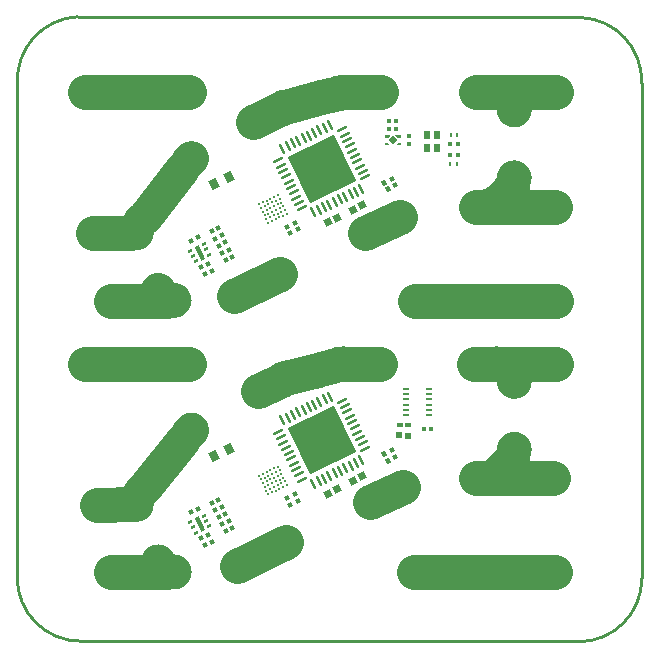
<source format=gbp>
G04*
G04 #@! TF.GenerationSoftware,Altium Limited,Altium Designer,23.2.1 (34)*
G04*
G04 Layer_Color=128*
%FSLAX44Y44*%
%MOMM*%
G71*
G04*
G04 #@! TF.SameCoordinates,96D2EB81-E719-42E9-B1B6-D61F4878D9FD*
G04*
G04*
G04 #@! TF.FilePolarity,Positive*
G04*
G01*
G75*
%ADD12O,0.5500X0.2500*%
%ADD13R,0.5500X0.2500*%
%ADD14R,0.4541X0.3627*%
%ADD15R,0.4400X0.3500*%
G04:AMPARAMS|DCode=23|XSize=0.35mm|YSize=0.4mm|CornerRadius=0mm|HoleSize=0mm|Usage=FLASHONLY|Rotation=296.000|XOffset=0mm|YOffset=0mm|HoleType=Round|Shape=Rectangle|*
%AMROTATEDRECTD23*
4,1,4,-0.2565,0.0696,0.1030,0.2450,0.2565,-0.0696,-0.1030,-0.2450,-0.2565,0.0696,0.0*
%
%ADD23ROTATEDRECTD23*%

G04:AMPARAMS|DCode=24|XSize=0.6587mm|YSize=0.8121mm|CornerRadius=0mm|HoleSize=0mm|Usage=FLASHONLY|Rotation=206.000|XOffset=0mm|YOffset=0mm|HoleType=Round|Shape=Rectangle|*
%AMROTATEDRECTD24*
4,1,4,0.1180,0.5094,0.4740,-0.2206,-0.1180,-0.5094,-0.4740,0.2206,0.1180,0.5094,0.0*
%
%ADD24ROTATEDRECTD24*%

G04:AMPARAMS|DCode=25|XSize=0.64mm|YSize=0.6mm|CornerRadius=0mm|HoleSize=0mm|Usage=FLASHONLY|Rotation=296.000|XOffset=0mm|YOffset=0mm|HoleType=Round|Shape=Rectangle|*
%AMROTATEDRECTD25*
4,1,4,-0.4099,0.1561,0.1294,0.4191,0.4099,-0.1561,-0.1294,-0.4191,-0.4099,0.1561,0.0*
%
%ADD25ROTATEDRECTD25*%

%ADD41R,0.6000X0.6400*%
%ADD42R,0.3500X0.4000*%
%ADD43R,0.4000X0.3500*%
%ADD44R,0.2500X0.3500*%
%ADD45R,0.1000X0.1000*%
%ADD47C,0.2540*%
%ADD48C,3.0000*%
G04:AMPARAMS|DCode=57|XSize=0.25mm|YSize=0.9mm|CornerRadius=0mm|HoleSize=0mm|Usage=FLASHONLY|Rotation=206.000|XOffset=0mm|YOffset=0mm|HoleType=Round|Shape=Rectangle|*
%AMROTATEDRECTD57*
4,1,4,-0.0849,0.4593,0.3096,-0.3497,0.0849,-0.4593,-0.3096,0.3497,-0.0849,0.4593,0.0*
%
%ADD57ROTATEDRECTD57*%

G04:AMPARAMS|DCode=58|XSize=0.25mm|YSize=0.9mm|CornerRadius=0mm|HoleSize=0mm|Usage=FLASHONLY|Rotation=296.000|XOffset=0mm|YOffset=0mm|HoleType=Round|Shape=Rectangle|*
%AMROTATEDRECTD58*
4,1,4,-0.4593,-0.0849,0.3497,0.3096,0.4593,0.0849,-0.3497,-0.3096,-0.4593,-0.0849,0.0*
%
%ADD58ROTATEDRECTD58*%

%ADD59P,6.1518X4X341.0*%
%ADD60P,0.6788X4X270.0*%
%ADD61C,0.2100*%
G04:AMPARAMS|DCode=62|XSize=0.35mm|YSize=0.44mm|CornerRadius=0mm|HoleSize=0mm|Usage=FLASHONLY|Rotation=207.000|XOffset=0mm|YOffset=0mm|HoleType=Round|Shape=Rectangle|*
%AMROTATEDRECTD62*
4,1,4,0.0561,0.2755,0.2558,-0.1166,-0.0561,-0.2755,-0.2558,0.1166,0.0561,0.2755,0.0*
%
%ADD62ROTATEDRECTD62*%

G04:AMPARAMS|DCode=63|XSize=0.35mm|YSize=0.4mm|CornerRadius=0mm|HoleSize=0mm|Usage=FLASHONLY|Rotation=207.000|XOffset=0mm|YOffset=0mm|HoleType=Round|Shape=Rectangle|*
%AMROTATEDRECTD63*
4,1,4,0.0651,0.2576,0.2467,-0.0988,-0.0651,-0.2576,-0.2467,0.0988,0.0651,0.2576,0.0*
%
%ADD63ROTATEDRECTD63*%

G04:AMPARAMS|DCode=64|XSize=0.35mm|YSize=0.4mm|CornerRadius=0mm|HoleSize=0mm|Usage=FLASHONLY|Rotation=26.000|XOffset=0mm|YOffset=0mm|HoleType=Round|Shape=Rectangle|*
%AMROTATEDRECTD64*
4,1,4,-0.0696,-0.2565,-0.2450,0.1030,0.0696,0.2565,0.2450,-0.1030,-0.0696,-0.2565,0.0*
%
%ADD64ROTATEDRECTD64*%

G04:AMPARAMS|DCode=65|XSize=1.26mm|YSize=0.35mm|CornerRadius=0mm|HoleSize=0mm|Usage=FLASHONLY|Rotation=296.000|XOffset=0mm|YOffset=0mm|HoleType=Round|Shape=Rectangle|*
%AMROTATEDRECTD65*
4,1,4,-0.4335,0.4895,-0.1189,0.6430,0.4335,-0.4895,0.1189,-0.6430,-0.4335,0.4895,0.0*
%
%ADD65ROTATEDRECTD65*%

G04:AMPARAMS|DCode=66|XSize=0.25mm|YSize=0.35mm|CornerRadius=0mm|HoleSize=0mm|Usage=FLASHONLY|Rotation=296.000|XOffset=0mm|YOffset=0mm|HoleType=Round|Shape=Rectangle|*
%AMROTATEDRECTD66*
4,1,4,-0.2121,0.0356,0.1025,0.1891,0.2121,-0.0356,-0.1025,-0.1891,-0.2121,0.0356,0.0*
%
%ADD66ROTATEDRECTD66*%

G04:AMPARAMS|DCode=67|XSize=0.52mm|YSize=0.56mm|CornerRadius=0mm|HoleSize=0mm|Usage=FLASHONLY|Rotation=269.000|XOffset=0mm|YOffset=0mm|HoleType=Round|Shape=Rectangle|*
%AMROTATEDRECTD67*
4,1,4,-0.2754,0.2649,0.2845,0.2551,0.2754,-0.2649,-0.2845,-0.2551,-0.2754,0.2649,0.0*
%
%ADD67ROTATEDRECTD67*%

G04:AMPARAMS|DCode=68|XSize=0.35mm|YSize=0.44mm|CornerRadius=0mm|HoleSize=0mm|Usage=FLASHONLY|Rotation=269.000|XOffset=0mm|YOffset=0mm|HoleType=Round|Shape=Rectangle|*
%AMROTATEDRECTD68*
4,1,4,-0.2169,0.1788,0.2230,0.1711,0.2169,-0.1788,-0.2230,-0.1711,-0.2169,0.1788,0.0*
%
%ADD68ROTATEDRECTD68*%

G36*
X55710Y158063D02*
X57510Y156263D01*
X57510Y155563D01*
X53510Y155563D01*
X53510Y158063D01*
X55710Y158063D01*
D02*
G37*
G36*
X57510Y164563D02*
Y163863D01*
X55710Y162063D01*
X53510Y162063D01*
X53510Y164563D01*
X57510Y164563D01*
D02*
G37*
G36*
X66510Y158063D02*
X66510Y155563D01*
X62510Y155563D01*
X62510Y156263D01*
X64310Y158063D01*
X66510Y158063D01*
D02*
G37*
G36*
X66510Y164563D02*
X66510Y162063D01*
X64310Y162063D01*
X61810Y164563D01*
X66510Y164563D01*
D02*
G37*
D12*
X71160Y-68307D02*
D03*
Y-63807D02*
D03*
X71159Y-59307D02*
D03*
X71159Y-54807D02*
D03*
X71160Y-50307D02*
D03*
X71161Y-72806D02*
D03*
X90761Y-68308D02*
D03*
X90761Y-63807D02*
D03*
X90760Y-59307D02*
D03*
X90761Y-54806D02*
D03*
X90759Y-50306D02*
D03*
D13*
X90761Y-72807D02*
D03*
D14*
X92553Y-84807D02*
D03*
X86467Y-84807D02*
D03*
D15*
X56510Y176563D02*
D03*
X63010Y176563D02*
D03*
X115010Y147313D02*
D03*
X108510Y147313D02*
D03*
X115010Y157063D02*
D03*
X108510Y157064D02*
D03*
D23*
X-93562Y82845D02*
D03*
X-87990Y85563D02*
D03*
X-93454Y49672D02*
D03*
X-99026Y46954D02*
D03*
X-90526Y76704D02*
D03*
X-84954Y79422D02*
D03*
X-87526Y70704D02*
D03*
X-81954Y73422D02*
D03*
X-84526Y64704D02*
D03*
X-78954Y67422D02*
D03*
X-81526Y58704D02*
D03*
X-75954Y61422D02*
D03*
X-96490Y55563D02*
D03*
X-102062Y52845D02*
D03*
X-110526Y74954D02*
D03*
X-104954Y77672D02*
D03*
X-93562Y-147025D02*
D03*
X-87990Y-144307D02*
D03*
X-93454Y-180198D02*
D03*
X-99026Y-182916D02*
D03*
X-90526Y-153166D02*
D03*
X-84954Y-150448D02*
D03*
X-87526Y-159166D02*
D03*
X-81954Y-156448D02*
D03*
X-84526Y-165166D02*
D03*
X-78954Y-162448D02*
D03*
X-81526Y-171166D02*
D03*
X-75954Y-168448D02*
D03*
X-96490Y-174307D02*
D03*
X-102062Y-177025D02*
D03*
X-110526Y-154916D02*
D03*
X-104954Y-152198D02*
D03*
D24*
X-91072Y122597D02*
D03*
X-78908Y128530D02*
D03*
X-91072Y-107273D02*
D03*
X-78908Y-101341D02*
D03*
D25*
X26010Y101313D02*
D03*
X33919Y105170D02*
D03*
X4806Y90634D02*
D03*
X12714Y94492D02*
D03*
X26010Y-128557D02*
D03*
X33919Y-124700D02*
D03*
X4806Y-139236D02*
D03*
X12714Y-135378D02*
D03*
D41*
X88610Y153563D02*
D03*
X97410Y153563D02*
D03*
X88610Y164313D02*
D03*
X97410Y164313D02*
D03*
D42*
X73510Y163413D02*
D03*
X73510Y157213D02*
D03*
D43*
X56410Y169813D02*
D03*
X62610Y169813D02*
D03*
D44*
X114260Y139563D02*
D03*
X108760Y139563D02*
D03*
X114510Y164563D02*
D03*
X109010Y164563D02*
D03*
D45*
X54760Y163313D02*
D03*
X54760Y156813D02*
D03*
X65260Y156813D02*
D03*
X65260Y163313D02*
D03*
D47*
X217171Y-264653D02*
G03*
X270795Y-210819I-118J53742D01*
G01*
X270608Y208316D02*
G03*
X218774Y263901I-53710J1876D01*
G01*
X-207022Y264549D02*
G03*
X-257878Y208067I2813J-53669D01*
G01*
X-258098Y-210417D02*
G03*
X-204355Y-264160I53742J0D01*
G01*
X217171D01*
X270608Y-210819D02*
X270608Y208316D01*
X-207022Y264160D02*
X218774D01*
X-258098Y-210417D02*
Y207992D01*
D48*
X-153419Y91622D02*
G03*
X-157240Y81620I11179J-10002D01*
G01*
X-138751Y-197016D02*
G03*
X-125240Y-205500I13511J6516D01*
G01*
X162760Y185620D02*
G03*
X147760Y200620I-15000J0D01*
G01*
X162760Y185620D02*
G03*
X147760Y200620I-15000J0D01*
G01*
X158367Y117622D02*
G03*
X162760Y128229I-10607J10607D01*
G01*
X158367Y117622D02*
G03*
X162760Y128229I-10607J10607D01*
G01*
X138401Y103870D02*
G03*
X149008Y108263I0J15000D01*
G01*
X138401Y103870D02*
G03*
X149008Y108263I0J15000D01*
G01*
X18291Y200620D02*
G03*
X14505Y200135I0J-15000D01*
G01*
X18291Y200620D02*
G03*
X14490Y200131I0J-15000D01*
G01*
X-31174Y188220D02*
G03*
X-33834Y187253I3771J-14519D01*
G01*
X-31189Y188216D02*
G03*
X-33851Y187245I3786J-14515D01*
G01*
X162760Y-44250D02*
G03*
X147760Y-29250I-15000J0D01*
G01*
X162760Y-44250D02*
G03*
X147760Y-29250I-15000J0D01*
G01*
X158367Y-112248D02*
G03*
X162760Y-101641I-10607J10607D01*
G01*
X138401Y-126000D02*
G03*
X149008Y-121607I0J15000D01*
G01*
X158367Y-112248D02*
G03*
X162760Y-101641I-10607J10607D01*
G01*
X138401Y-126000D02*
G03*
X149008Y-121607I0J15000D01*
G01*
X18291Y-29250D02*
G03*
X14505Y-29735I0J-15000D01*
G01*
X-31174Y-41650D02*
G03*
X-33834Y-42617I3771J-14519D01*
G01*
X18291Y-29250D02*
G03*
X14490Y-29739I0J-15000D01*
G01*
X-31189Y-41654D02*
G03*
X-33851Y-42625I3786J-14515D01*
G01*
X-110483Y144434D02*
G03*
X-112974Y141964I9243J-11814D01*
G01*
X-110491Y144428D02*
G03*
X-112983Y141953I9251J-11808D01*
G01*
X-138751Y32854D02*
G03*
X-125240Y24370I13511J6516D01*
G01*
X-138751Y32854D02*
G03*
X-125240Y24370I13511J6516D01*
G01*
X-110491Y-85442D02*
G03*
X-112983Y-87917I9251J-11808D01*
G01*
X-138751Y-197016D02*
G03*
X-125240Y-205500I13511J6516D01*
G01*
X-153408Y-138236D02*
G03*
X-157240Y-148250I11168J-10014D01*
G01*
X-153419Y-138248D02*
G03*
X-157240Y-148250I11179J-10002D01*
G01*
X78740Y24130D02*
X198120D01*
X-74670Y28109D02*
X-35560Y46990D01*
X-200660Y-29250D02*
X-113030D01*
X-200660Y200620D02*
X-113030D01*
X77470Y-205740D02*
X196850D01*
X-194317Y81357D02*
X-162070Y81520D01*
X130175Y103870D02*
X196850D01*
X130175Y200620D02*
X198120D01*
X128905Y-29250D02*
X198120D01*
X130175Y-126000D02*
X195580D01*
X-190507Y-148513D02*
X-158260Y-148350D01*
X-179070Y24130D02*
X-131590D01*
X-179070Y-205740D02*
X-131590D01*
X16370Y200620D02*
X50165D01*
X14490Y200131D02*
X16370Y200620D01*
X-72390Y-200660D02*
X-30480Y-180340D01*
X-150199Y95216D02*
X-118179Y135428D01*
X-149860Y-133350D02*
X-117560Y-93665D01*
X40666Y-146650D02*
X68367Y-133350D01*
X36376Y81160D02*
X65722Y95250D01*
X18291Y-29250D02*
X48895D01*
X-58169Y175705D02*
X-33851Y187245D01*
X-53863Y-52122D02*
X-33851Y-42625D01*
X149008Y108263D02*
X156950Y116205D01*
X-522Y196215D02*
X14490Y200131D01*
X-31174Y188220D02*
X-522Y196215D01*
X149008Y-121607D02*
X156950Y-113665D01*
X14490Y-29739D02*
X14505Y-29735D01*
X-522Y-33655D02*
X14490Y-29739D01*
X-31174Y-41650D02*
X-3810Y-34513D01*
X-31189Y188216D02*
X-31174Y188220D01*
X-33851Y187245D02*
X-33834Y187253D01*
X-31189Y-41654D02*
X-31174Y-41650D01*
X-33851Y-42625D02*
X-33834Y-42617D01*
D57*
X1677Y103370D02*
D03*
X28640Y116521D02*
D03*
X6170Y105562D02*
D03*
X33134Y118713D02*
D03*
X10664Y107753D02*
D03*
X-2818Y101178D02*
D03*
X24146Y114329D02*
D03*
X19653Y112137D02*
D03*
X15158Y109945D02*
D03*
X-7312Y98987D02*
D03*
X6831Y172641D02*
D03*
X2338Y170449D02*
D03*
X-2156Y168256D02*
D03*
X-6650Y166065D02*
D03*
X-11144Y163873D02*
D03*
X-15638Y161681D02*
D03*
X-20132Y159490D02*
D03*
X-24626Y157297D02*
D03*
X-29120Y155105D02*
D03*
X-33614Y152914D02*
D03*
X1677Y-126500D02*
D03*
X28640Y-113349D02*
D03*
X6170Y-124309D02*
D03*
X33134Y-111157D02*
D03*
X10664Y-122117D02*
D03*
X-2818Y-128692D02*
D03*
X24146Y-115541D02*
D03*
X19653Y-117733D02*
D03*
X15158Y-119925D02*
D03*
X-7312Y-130883D02*
D03*
X6831Y-57229D02*
D03*
X2338Y-59421D02*
D03*
X-2156Y-61614D02*
D03*
X-6650Y-63805D02*
D03*
X-11144Y-65997D02*
D03*
X-15638Y-68189D02*
D03*
X-20132Y-70380D02*
D03*
X-24626Y-72573D02*
D03*
X-29120Y-74764D02*
D03*
X-33614Y-76956D02*
D03*
D58*
X32204Y137729D02*
D03*
X-17340Y102439D02*
D03*
X36587Y128741D02*
D03*
X-19532Y106933D02*
D03*
X34395Y133235D02*
D03*
X-21724Y111427D02*
D03*
X21244Y160200D02*
D03*
X30012Y142223D02*
D03*
X19052Y164693D02*
D03*
X27820Y146717D02*
D03*
X25628Y151211D02*
D03*
X16860Y169187D02*
D03*
X23436Y155705D02*
D03*
X-37067Y142885D02*
D03*
X-28300Y124909D02*
D03*
X-23916Y115921D02*
D03*
X-26108Y120414D02*
D03*
X-32683Y133897D02*
D03*
X-30492Y129403D02*
D03*
X-34876Y138391D02*
D03*
X32204Y-92141D02*
D03*
X-17340Y-127431D02*
D03*
X36587Y-101129D02*
D03*
X-19532Y-122937D02*
D03*
X34395Y-96635D02*
D03*
X-21724Y-118443D02*
D03*
X21244Y-69670D02*
D03*
X30012Y-87647D02*
D03*
X19052Y-65177D02*
D03*
X27820Y-83153D02*
D03*
X25628Y-78659D02*
D03*
X16860Y-60683D02*
D03*
X23436Y-74165D02*
D03*
X-37067Y-86985D02*
D03*
X-28300Y-104961D02*
D03*
X-23916Y-113949D02*
D03*
X-26108Y-109456D02*
D03*
X-32683Y-95974D02*
D03*
X-30492Y-100467D02*
D03*
X-34876Y-91479D02*
D03*
D59*
X-240Y135813D02*
D03*
Y-94057D02*
D03*
D60*
X60010Y160063D02*
D03*
D61*
X-37447Y113534D02*
D03*
X-35913Y110388D02*
D03*
X-34378Y107243D02*
D03*
X-32844Y104097D02*
D03*
X-31310Y100951D02*
D03*
X-29776Y97805D02*
D03*
X-40593Y112000D02*
D03*
X-39058Y108854D02*
D03*
X-37524Y105708D02*
D03*
X-35990Y102563D02*
D03*
X-34456Y99417D02*
D03*
X-32922Y96271D02*
D03*
X-43739Y110466D02*
D03*
X-42205Y107320D02*
D03*
X-40670Y104174D02*
D03*
X-39136Y101028D02*
D03*
X-37602Y97882D02*
D03*
X-36067Y94737D02*
D03*
X-46884Y108932D02*
D03*
X-45350Y105785D02*
D03*
X-43816Y102640D02*
D03*
X-42282Y99494D02*
D03*
X-40747Y96348D02*
D03*
X-39213Y93203D02*
D03*
X-50030Y107397D02*
D03*
X-48496Y104251D02*
D03*
X-46962Y101105D02*
D03*
X-45427Y97959D02*
D03*
X-43893Y94814D02*
D03*
X-42359Y91668D02*
D03*
X-53176Y105862D02*
D03*
X-51641Y102717D02*
D03*
X-50107Y99571D02*
D03*
X-48573Y96426D02*
D03*
X-47039Y93280D02*
D03*
X-45505Y90134D02*
D03*
X-37447Y-116336D02*
D03*
X-35913Y-119482D02*
D03*
X-34378Y-122627D02*
D03*
X-32844Y-125773D02*
D03*
X-31310Y-128919D02*
D03*
X-29776Y-132065D02*
D03*
X-40593Y-117870D02*
D03*
X-39058Y-121016D02*
D03*
X-37524Y-124162D02*
D03*
X-35990Y-127307D02*
D03*
X-34456Y-130453D02*
D03*
X-32922Y-133599D02*
D03*
X-43739Y-119404D02*
D03*
X-42205Y-122550D02*
D03*
X-40670Y-125696D02*
D03*
X-39136Y-128841D02*
D03*
X-37602Y-131988D02*
D03*
X-36067Y-135133D02*
D03*
X-46884Y-120939D02*
D03*
X-45350Y-124085D02*
D03*
X-43816Y-127230D02*
D03*
X-42282Y-130376D02*
D03*
X-40747Y-133522D02*
D03*
X-39213Y-136667D02*
D03*
X-50030Y-122473D02*
D03*
X-48496Y-125618D02*
D03*
X-46962Y-128765D02*
D03*
X-45427Y-131911D02*
D03*
X-43893Y-135056D02*
D03*
X-42359Y-138202D02*
D03*
X-53176Y-124008D02*
D03*
X-51641Y-127153D02*
D03*
X-50107Y-130299D02*
D03*
X-48573Y-133444D02*
D03*
X-47039Y-136590D02*
D03*
X-45505Y-139736D02*
D03*
D62*
X55735Y118417D02*
D03*
X52784Y124209D02*
D03*
X55735Y-111453D02*
D03*
X52784Y-105661D02*
D03*
D63*
X58853Y127324D02*
D03*
X61668Y121801D02*
D03*
X58853Y-102546D02*
D03*
X61668Y-108069D02*
D03*
D64*
X-20240Y84563D02*
D03*
X-22959Y90135D02*
D03*
X-29599Y86848D02*
D03*
X-26881Y81278D02*
D03*
X-20240Y-145307D02*
D03*
X-22959Y-139735D02*
D03*
X-29599Y-143021D02*
D03*
X-26881Y-148592D02*
D03*
D65*
X-103665Y64830D02*
D03*
Y-165040D02*
D03*
D66*
X-95856Y63075D02*
D03*
X-98047Y67569D02*
D03*
X-100240Y72063D02*
D03*
X-111474Y66583D02*
D03*
X-109283Y62090D02*
D03*
X-107091Y57595D02*
D03*
X-95856Y-166795D02*
D03*
X-98047Y-162301D02*
D03*
X-100240Y-157807D02*
D03*
X-111474Y-163286D02*
D03*
X-109283Y-167780D02*
D03*
X-107091Y-172275D02*
D03*
D67*
X73010Y-90057D02*
D03*
X65411Y-89924D02*
D03*
D68*
X72510Y-81114D02*
D03*
X66011Y-81000D02*
D03*
M02*

</source>
